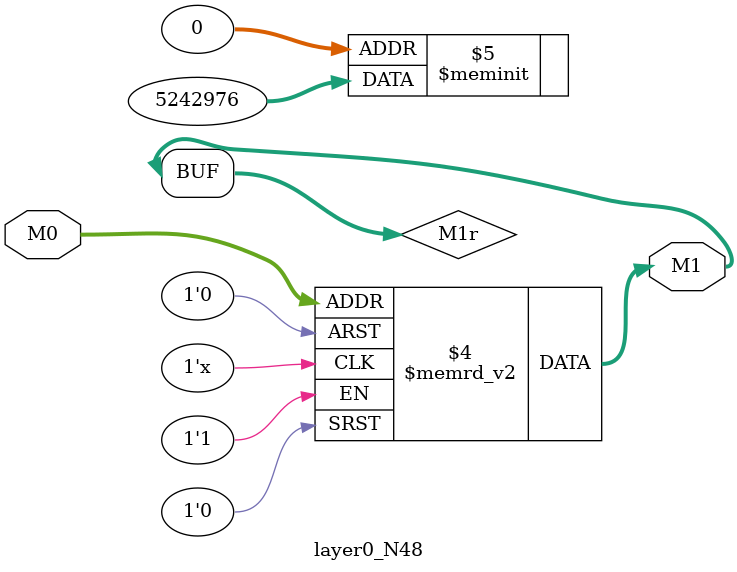
<source format=v>
module layer0_N48 ( input [3:0] M0, output [1:0] M1 );

	(*rom_style = "distributed" *) reg [1:0] M1r;
	assign M1 = M1r;
	always @ (M0) begin
		case (M0)
			4'b0000: M1r = 2'b00;
			4'b1000: M1r = 2'b00;
			4'b0100: M1r = 2'b00;
			4'b1100: M1r = 2'b00;
			4'b0010: M1r = 2'b10;
			4'b1010: M1r = 2'b01;
			4'b0110: M1r = 2'b00;
			4'b1110: M1r = 2'b00;
			4'b0001: M1r = 2'b00;
			4'b1001: M1r = 2'b00;
			4'b0101: M1r = 2'b00;
			4'b1101: M1r = 2'b00;
			4'b0011: M1r = 2'b01;
			4'b1011: M1r = 2'b01;
			4'b0111: M1r = 2'b00;
			4'b1111: M1r = 2'b00;

		endcase
	end
endmodule

</source>
